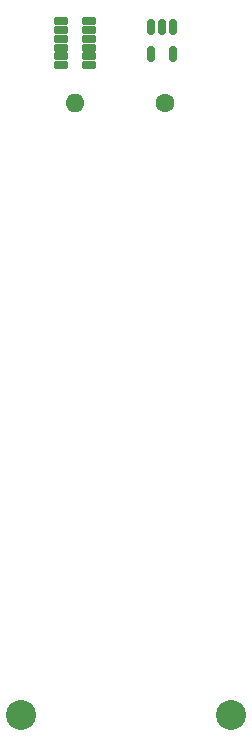
<source format=gbr>
%TF.GenerationSoftware,KiCad,Pcbnew,(6.0.7-1)-1*%
%TF.CreationDate,2022-08-05T12:56:02-05:00*%
%TF.ProjectId,Adafruit NeoPixel 8 Stick,41646166-7275-4697-9420-4e656f506978,rev?*%
%TF.SameCoordinates,Original*%
%TF.FileFunction,Soldermask,Top*%
%TF.FilePolarity,Negative*%
%FSLAX46Y46*%
G04 Gerber Fmt 4.6, Leading zero omitted, Abs format (unit mm)*
G04 Created by KiCad (PCBNEW (6.0.7-1)-1) date 2022-08-05 12:56:02*
%MOMM*%
%LPD*%
G01*
G04 APERTURE LIST*
G04 Aperture macros list*
%AMRoundRect*
0 Rectangle with rounded corners*
0 $1 Rounding radius*
0 $2 $3 $4 $5 $6 $7 $8 $9 X,Y pos of 4 corners*
0 Add a 4 corners polygon primitive as box body*
4,1,4,$2,$3,$4,$5,$6,$7,$8,$9,$2,$3,0*
0 Add four circle primitives for the rounded corners*
1,1,$1+$1,$2,$3*
1,1,$1+$1,$4,$5*
1,1,$1+$1,$6,$7*
1,1,$1+$1,$8,$9*
0 Add four rect primitives between the rounded corners*
20,1,$1+$1,$2,$3,$4,$5,0*
20,1,$1+$1,$4,$5,$6,$7,0*
20,1,$1+$1,$6,$7,$8,$9,0*
20,1,$1+$1,$8,$9,$2,$3,0*%
G04 Aperture macros list end*
%ADD10C,2.540000*%
%ADD11RoundRect,0.050800X-0.500000X0.250000X-0.500000X-0.250000X0.500000X-0.250000X0.500000X0.250000X0*%
%ADD12C,1.600000*%
%ADD13O,1.600000X1.600000*%
%ADD14RoundRect,0.150000X-0.150000X0.512500X-0.150000X-0.512500X0.150000X-0.512500X0.150000X0.512500X0*%
G04 APERTURE END LIST*
D10*
%TO.C,MD1*%
X131318000Y-156718000D03*
X149098000Y-156718000D03*
%TD*%
D11*
%TO.C,U2*%
X134690000Y-97947000D03*
X134690000Y-98697000D03*
X134690000Y-99447000D03*
X134690000Y-100197000D03*
X134690000Y-100947000D03*
X134690000Y-101697000D03*
X137090000Y-101697000D03*
X137090000Y-100947000D03*
X137090000Y-100197000D03*
X137090000Y-99447000D03*
X137090000Y-98697000D03*
X137090000Y-97947000D03*
%TD*%
D12*
%TO.C,R1*%
X143510000Y-104902000D03*
D13*
X135890000Y-104902000D03*
%TD*%
D14*
%TO.C,U1*%
X144206000Y-98430500D03*
X143256000Y-98430500D03*
X142306000Y-98430500D03*
X142306000Y-100705500D03*
X144206000Y-100705500D03*
%TD*%
M02*

</source>
